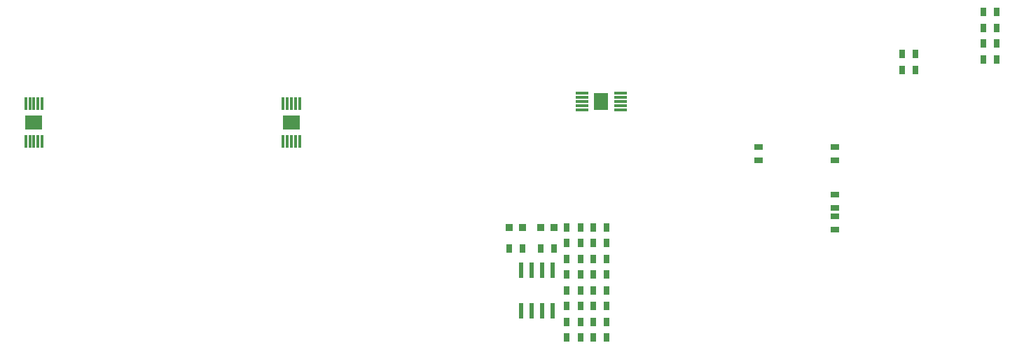
<source format=gbr>
G04 EAGLE Gerber RS-274X export*
G75*
%MOMM*%
%FSLAX34Y34*%
%LPD*%
%INSolderpaste Top*%
%IPPOS*%
%AMOC8*
5,1,8,0,0,1.08239X$1,22.5*%
G01*
G04 Define Apertures*
%ADD10R,0.920900X0.970200*%
%ADD11R,0.601900X1.965400*%
%ADD12R,0.798700X0.973900*%
%ADD13R,0.973900X0.798700*%
%ADD14R,0.300000X1.650000*%
%ADD15R,2.000000X1.730000*%
%ADD16R,1.650000X0.300000*%
%ADD17R,1.730000X2.000000*%
D10*
X815784Y273050D03*
X800292Y273050D03*
D11*
X814388Y221551D03*
X801688Y221551D03*
X788988Y221551D03*
X776288Y221551D03*
X776288Y172149D03*
X788988Y172149D03*
X801688Y172149D03*
X814388Y172149D03*
D12*
X831636Y139700D03*
X847940Y139700D03*
X879690Y215900D03*
X863386Y215900D03*
X847940Y234950D03*
X831636Y234950D03*
X879690Y234950D03*
X863386Y234950D03*
X847940Y254000D03*
X831636Y254000D03*
X879690Y254000D03*
X863386Y254000D03*
X847940Y273050D03*
X831636Y273050D03*
X879690Y273050D03*
X863386Y273050D03*
X799886Y247650D03*
X816190Y247650D03*
X761786Y247650D03*
X778090Y247650D03*
X879690Y139700D03*
X863386Y139700D03*
X847940Y158750D03*
X831636Y158750D03*
X879690Y158750D03*
X863386Y158750D03*
X847940Y177800D03*
X831636Y177800D03*
X879690Y177800D03*
X863386Y177800D03*
X847940Y196850D03*
X831636Y196850D03*
X879690Y196850D03*
X863386Y196850D03*
X847940Y215900D03*
X831636Y215900D03*
D10*
X762192Y273050D03*
X777684Y273050D03*
D13*
X1063625Y353798D03*
X1063625Y370102D03*
X1155700Y353798D03*
X1155700Y370102D03*
X1155700Y269978D03*
X1155700Y286282D03*
X1155700Y296648D03*
X1155700Y312952D03*
D12*
X1236448Y482600D03*
X1252752Y482600D03*
X1236448Y463550D03*
X1252752Y463550D03*
X1334873Y514350D03*
X1351177Y514350D03*
X1334873Y495300D03*
X1351177Y495300D03*
X1351177Y476250D03*
X1334873Y476250D03*
X1351177Y533400D03*
X1334873Y533400D03*
D14*
X197325Y423050D03*
X192325Y423050D03*
X187325Y423050D03*
X182325Y423050D03*
X177325Y423050D03*
X177325Y377050D03*
X182325Y377050D03*
X187325Y377050D03*
X192325Y377050D03*
X197325Y377050D03*
D15*
X187325Y400050D03*
D14*
X508475Y423050D03*
X503475Y423050D03*
X498475Y423050D03*
X493475Y423050D03*
X488475Y423050D03*
X488475Y377050D03*
X493475Y377050D03*
X498475Y377050D03*
X503475Y377050D03*
X508475Y377050D03*
D15*
X498475Y400050D03*
D16*
X896125Y415450D03*
X896125Y420450D03*
X896125Y425450D03*
X896125Y430450D03*
X896125Y435450D03*
X850125Y435450D03*
X850125Y430450D03*
X850125Y425450D03*
X850125Y420450D03*
X850125Y415450D03*
D17*
X873125Y425450D03*
M02*

</source>
